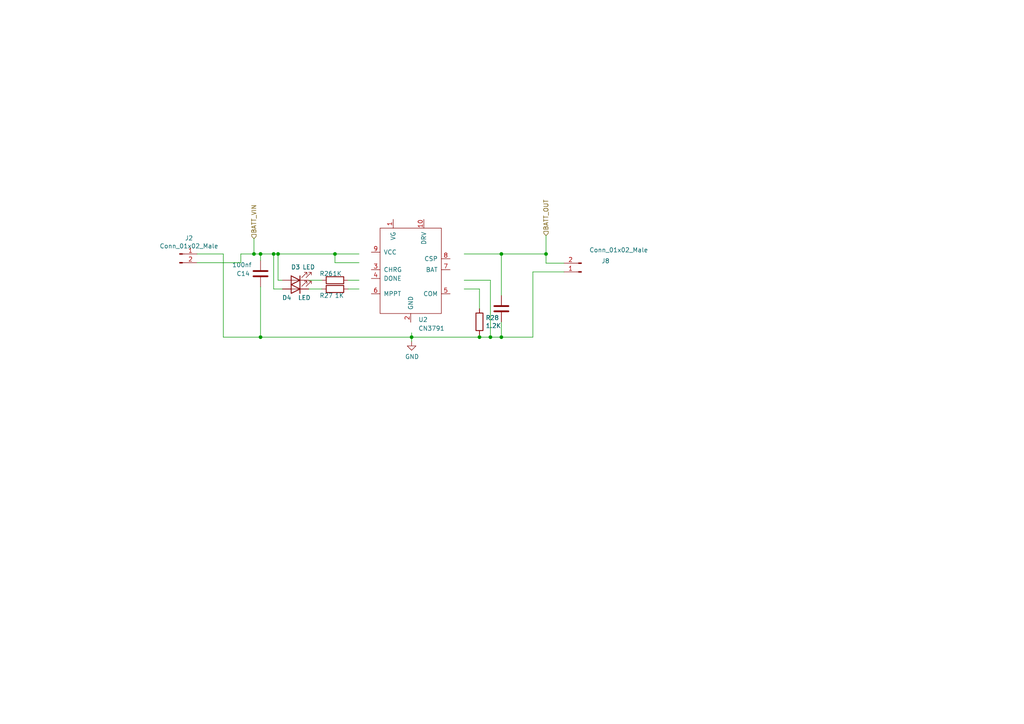
<source format=kicad_sch>
(kicad_sch (version 20230121) (generator eeschema)
  (paper "A4")
  (lib_symbols
    (symbol "Connector:Conn_01x02_Male" (pin_names (offset 1.016) hide)
      (property "Reference" "J" (at 0 2.54 0))
      (property "Value" "Conn_01x02_Male" (at 0 -5.08 0))
      (symbol "Conn_01x02_Male_1_1"
        (polyline (pts (xy 1.27 -2.54) (xy 0.8636 -2.54)) (stroke (width 0.1524)))
        (polyline (pts (xy 1.27 0) (xy 0.8636 0)) (stroke (width 0.1524)))
        (rectangle (start 0.8636 -2.413) (end 0 -2.667) (stroke (width 0.1524)) (fill (type outline)))
        (rectangle (start 0.8636 0.127) (end 0 -0.127) (stroke (width 0.1524)) (fill (type outline)))
        (pin passive line (at 5.08 0 180) (length 3.81) (name "Pin_1") (number "1"))
        (pin passive line (at 5.08 -2.54 180) (length 3.81) (name "Pin_2") (number "2"))
      )
    )
    (symbol "Custom_Symbol:CN3791" (pin_names (offset 1.016))
      (property "Reference" "U" (at -1.27 22.225 0))
      (property "Value" "CN3791" (at 0.635 -0.635 90))
      (symbol "CN3791_0_1"
        (rectangle (start -8.89 12.065) (end 8.89 -12.7))
      )
      (symbol "CN3791_1_1"
        (pin input line (at -5.08 14.605 270) (length 2.54) (name "VG") (number "1"))
        (pin output line (at 3.81 14.605 270) (length 2.54) (name "DRV") (number "10"))
        (pin input line (at 0 -15.24 90) (length 2.54) (name "GND") (number "2"))
        (pin input line (at -11.43 0 0) (length 2.54) (name "CHRG") (number "3"))
        (pin input line (at -11.43 -2.54 0) (length 2.54) (name "DONE") (number "4"))
        (pin input line (at 11.43 -6.985 180) (length 2.54) (name "COM") (number "5"))
        (pin input line (at -11.43 -6.985 0) (length 2.54) (name "MPPT") (number "6"))
        (pin output line (at 11.43 0 180) (length 2.54) (name "BAT") (number "7"))
        (pin input line (at 11.43 3.175 180) (length 2.54) (name "CSP") (number "8"))
        (pin input line (at -11.43 5.08 0) (length 2.54) (name "VCC") (number "9"))
      )
    )
    (symbol "Device:C" (pin_numbers hide) (pin_names (offset 0.254))
      (property "Reference" "C" (at 0.635 2.54 0))
      (property "Value" "C" (at 0.635 -2.54 0))
      (symbol "C_0_1"
        (polyline (pts (xy -2.032 -0.762) (xy 2.032 -0.762)) (stroke (width 0.508)))
        (polyline (pts (xy -2.032 0.762) (xy 2.032 0.762)) (stroke (width 0.508)))
      )
      (symbol "C_1_1"
        (pin passive line (at 0 3.81 270) (length 2.794) (name "~") (number "1"))
        (pin passive line (at 0 -3.81 90) (length 2.794) (name "~") (number "2"))
      )
    )
    (symbol "Device:LED" (pin_numbers hide) (pin_names (offset 1.016) hide)
      (property "Reference" "D" (at 0 2.54 0))
      (property "Value" "LED" (at 0 -2.54 0))
      (symbol "LED_0_1"
        (polyline (pts (xy -1.27 -1.27) (xy -1.27 1.27)) (stroke (width 0.254)))
        (polyline (pts (xy -1.27 0) (xy 1.27 0)))
        (polyline (pts (xy 1.27 -1.27) (xy 1.27 1.27) (xy -1.27 0) (xy 1.27 -1.27)) (stroke (width 0.254)))
        (polyline (pts (xy -3.048 -0.762) (xy -4.572 -2.286) (xy -3.81 -2.286) (xy -4.572 -2.286) (xy -4.572 -1.524)))
        (polyline (pts (xy -1.778 -0.762) (xy -3.302 -2.286) (xy -2.54 -2.286) (xy -3.302 -2.286) (xy -3.302 -1.524)))
      )
      (symbol "LED_1_1"
        (pin passive line (at -3.81 0 0) (length 2.54) (name "K") (number "1"))
        (pin passive line (at 3.81 0 180) (length 2.54) (name "A") (number "2"))
      )
    )
    (symbol "Device:R" (pin_numbers hide) (pin_names (offset 0))
      (property "Reference" "R" (at 2.032 0 90))
      (property "Value" "R" (at 0 0 90))
      (symbol "R_0_1"
        (rectangle (start -1.016 -2.54) (end 1.016 2.54) (stroke (width 0.254)))
      )
      (symbol "R_1_1"
        (pin passive line (at 0 3.81 270) (length 1.27) (name "~") (number "1"))
        (pin passive line (at 0 -3.81 90) (length 1.27) (name "~") (number "2"))
      )
    )
    (symbol "power:GND" (power) (pin_names (offset 0))
      (property "Value" "GND" (at 0 -3.81 0))
      (symbol "GND_0_1"
        (polyline (pts (xy 0 0) (xy 0 -1.27) (xy 1.27 -1.27) (xy 0 -2.54) (xy -1.27 -1.27) (xy 0 -1.27)))
      )
      (symbol "GND_1_1"
        (pin power_in line (at 0 0 270) (length 0) hide (name "GND") (number "1"))
      )
    )
  )
  (junction (at 75.565 97.79))
  (junction (at 139.065 97.79))
  (junction (at 73.66 73.66))
  (junction (at 142.24 97.79))
  (junction (at 158.369 73.66))
  (junction (at 119.38 97.79))
  (junction (at 145.415 97.79))
  (junction (at 79.375 73.66))
  (junction (at 97.155 73.66))
  (junction (at 75.565 73.66))
  (junction (at 145.415 73.66))
  (junction (at 80.645 73.66))
  (wire (pts (xy 139.065 97.155) (xy 139.065 97.79)))
  (wire (pts (xy 134.62 73.66) (xy 145.415 73.66)))
  (wire (pts (xy 93.345 83.82) (xy 89.535 83.82)))
  (wire (pts (xy 75.565 97.79) (xy 75.565 83.185)))
  (wire (pts (xy 158.369 73.66) (xy 158.369 68.326)))
  (wire (pts (xy 73.66 73.66) (xy 73.66 69.215)))
  (wire (pts (xy 163.576 78.867) (xy 154.559 78.867)))
  (wire (pts (xy 119.38 97.79) (xy 119.38 96.52)))
  (wire (pts (xy 145.415 73.66) (xy 158.369 73.66)))
  (wire (pts (xy 73.66 73.66) (xy 75.565 73.66)))
  (wire (pts (xy 69.85 73.66) (xy 73.66 73.66)))
  (wire (pts (xy 142.24 97.79) (xy 139.065 97.79)))
  (wire (pts (xy 119.38 97.79) (xy 75.565 97.79)))
  (wire (pts (xy 75.565 75.565) (xy 75.565 73.66)))
  (wire (pts (xy 57.15 76.2) (xy 69.85 76.2)))
  (wire (pts (xy 134.62 83.82) (xy 139.065 83.82)))
  (wire (pts (xy 154.559 97.79) (xy 145.415 97.79)))
  (wire (pts (xy 75.565 73.66) (xy 79.375 73.66)))
  (wire (pts (xy 80.645 81.28) (xy 80.645 73.66)))
  (wire (pts (xy 158.369 76.327) (xy 158.369 73.66)))
  (wire (pts (xy 64.77 97.79) (xy 75.565 97.79)))
  (wire (pts (xy 145.415 73.66) (xy 145.415 85.725)))
  (wire (pts (xy 79.375 73.66) (xy 80.645 73.66)))
  (wire (pts (xy 154.559 78.867) (xy 154.559 97.79)))
  (wire (pts (xy 104.14 83.82) (xy 100.965 83.82)))
  (wire (pts (xy 145.415 97.79) (xy 142.24 97.79)))
  (wire (pts (xy 142.24 81.28) (xy 142.24 97.79)))
  (wire (pts (xy 64.77 73.66) (xy 64.77 97.79)))
  (wire (pts (xy 163.576 76.327) (xy 158.369 76.327)))
  (wire (pts (xy 104.14 81.28) (xy 100.965 81.28)))
  (wire (pts (xy 97.155 76.2) (xy 104.14 76.2)))
  (wire (pts (xy 69.85 76.2) (xy 69.85 73.66)))
  (wire (pts (xy 97.155 76.2) (xy 97.155 73.66)))
  (wire (pts (xy 139.065 83.82) (xy 139.065 89.535)))
  (wire (pts (xy 80.645 73.66) (xy 97.155 73.66)))
  (wire (pts (xy 79.375 83.82) (xy 79.375 73.66)))
  (wire (pts (xy 97.155 73.66) (xy 104.14 73.66)))
  (wire (pts (xy 93.345 81.28) (xy 89.535 81.28)))
  (wire (pts (xy 119.38 99.06) (xy 119.38 97.79)))
  (wire (pts (xy 145.415 93.345) (xy 145.415 97.79)))
  (wire (pts (xy 134.62 81.28) (xy 142.24 81.28)))
  (wire (pts (xy 64.77 73.66) (xy 57.15 73.66)))
  (wire (pts (xy 81.915 83.82) (xy 79.375 83.82)))
  (wire (pts (xy 81.915 81.28) (xy 80.645 81.28)))
  (wire (pts (xy 139.065 97.79) (xy 119.38 97.79)))
  (hierarchical_label "BATT_OUT" (shape input) (at 158.369 68.326 90))
  (hierarchical_label "BATT_VIN" (shape input) (at 73.66 69.215 90))
  (symbol (lib_id "Connector:Conn_01x02_Male") (at 168.656 78.867 180) (unit 1)
    (property "Reference" "J8" (at 175.641 75.692 0))
    (property "Value" "Conn_01x02_Male" (at 179.451 72.517 0))
    (property "Footprint" "Connector_JST:JST_GH_BM02B-GHS-TBT_1x02-1MP_P1.25mm_Vertical" (effects hide))
  )
  (symbol (lib_id "Device:LED") (at 85.725 81.28 180) (unit 1)
    (property "Reference" "D3" (at 85.725 77.47 0))
    (property "Value" "LED" (at 89.535 77.47 0))
    (property "Footprint" "LED_SMD:LED_0603_1608Metric_Pad1.05x0.95mm_HandSolder" (effects hide))
  )
  (symbol (lib_id "Device:LED") (at 85.725 83.82 180) (unit 1)
    (property "Reference" "D4" (at 83.185 86.36 0))
    (property "Value" "LED" (at 88.265 86.36 0))
    (property "Footprint" "LED_SMD:LED_0603_1608Metric_Pad1.05x0.95mm_HandSolder" (effects hide))
  )
  (symbol (lib_id "Device:R") (at 97.155 81.28 270) (unit 1)
    (property "Reference" "R26" (at 94.615 79.375 90))
    (property "Value" "1K" (at 97.79 79.375 90))
    (property "Footprint" "Resistor_SMD:R_0603_1608Metric_Pad0.98x0.95mm_HandSolder" (effects hide))
  )
  (symbol (lib_id "Device:R") (at 97.155 83.82 270) (unit 1)
    (property "Reference" "R27" (at 94.615 85.725 90))
    (property "Value" "1K" (at 98.425 85.725 90))
    (property "Footprint" "Resistor_SMD:R_0603_1608Metric_Pad0.98x0.95mm_HandSolder" (effects hide))
  )
  (symbol (lib_id "Device:C") (at 145.415 89.535 0) (unit 1)
    (property "Reference" "C15" (effects hide))
    (property "Value" "100nf" (effects hide))
    (property "Footprint" "Capacitor_SMD:C_0603_1608Metric_Pad1.08x0.95mm_HandSolder" (effects hide))
  )
  (symbol (lib_id "Device:C") (at 75.565 79.375 0) (unit 1)
    (property "Reference" "C14" (at 68.58 79.375 0) (effects (justify left)))
    (property "Value" "100nf" (at 67.31 76.835 0) (effects (justify left)))
    (property "Footprint" "Capacitor_SMD:C_0603_1608Metric_Pad1.08x0.95mm_HandSolder" (effects hide))
  )
  (symbol (lib_id "power:GND") (at 119.38 99.06 0) (unit 1)
    (property "Reference" "#PWR016" (effects hide))
    (property "Value" "GND" (at 119.507 103.4542 0))
  )
  (symbol (lib_id "Device:R") (at 139.065 93.345 180) (unit 1)
    (property "Reference" "R28" (at 140.843 92.1766 0) (effects (justify right)))
    (property "Value" "1.2K" (at 140.843 94.488 0) (effects (justify right)))
    (property "Footprint" "Resistor_SMD:R_0603_1608Metric_Pad0.98x0.95mm_HandSolder" (effects hide))
  )
  (symbol (lib_id "Connector:Conn_01x02_Male") (at 52.07 73.66 0) (unit 1)
    (property "Reference" "J2" (at 54.8132 69.0626 0))
    (property "Value" "Conn_01x02_Male" (at 54.8132 71.374 0))
    (property "Footprint" "Connector_JST:JST_EH_B2B-EH-A_1x02_P2.50mm_Vertical" (effects hide))
  )
  (symbol (lib_id "Custom_Symbol:CN3791") (at 119.126 78.232 0) (unit 1)
    (property "Reference" "U2" (at 121.3201 92.71 0) (effects (justify left)))
    (property "Value" "CN3791" (at 121.3201 95.25 0) (effects (justify left)))
  )
)
</source>
